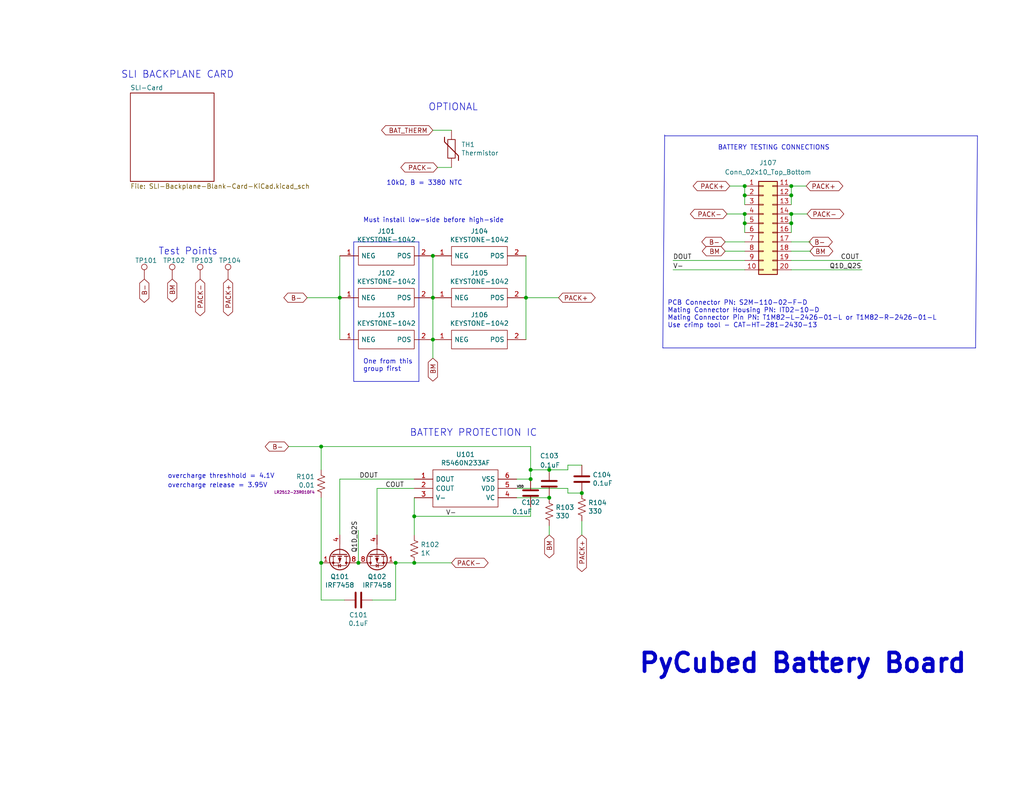
<source format=kicad_sch>
(kicad_sch (version 20230121) (generator eeschema)
  (paper "USLetter")
  (title_block (title "PyCubed Battery Board") (date "2021-03-07") (rev "v01b") (company "Max Holliday"))
  (lib_symbols
    (symbol "Connector:TestPoint" (pin_numbers hide) (pin_names (offset 0.762) hide)
      (property "Reference" "TP" (at 0 6.858 0))
      (property "Value" "TestPoint" (at 0 5.08 0))
      (symbol "TestPoint_0_1"
        (circle (center 0 3.302) (radius 0.762))
      )
      (symbol "TestPoint_1_1"
        (pin passive line (at 0 0 90) (length 2.54) (name "1") (number "1"))
      )
    )
    (symbol "Connector_Generic:Conn_02x10_Top_Bottom" (pin_names (offset 1.016) hide)
      (property "Reference" "J" (at 1.27 12.7 0))
      (property "Value" "Conn_02x10_Top_Bottom" (at 1.27 -15.24 0))
      (symbol "Conn_02x10_Top_Bottom_1_1"
        (rectangle (start -1.27 -12.573) (end 0 -12.827) (stroke (width 0.1524)))
        (rectangle (start -1.27 -10.033) (end 0 -10.287) (stroke (width 0.1524)))
        (rectangle (start -1.27 -7.493) (end 0 -7.747) (stroke (width 0.1524)))
        (rectangle (start -1.27 -4.953) (end 0 -5.207) (stroke (width 0.1524)))
        (rectangle (start -1.27 -2.413) (end 0 -2.667) (stroke (width 0.1524)))
        (rectangle (start -1.27 0.127) (end 0 -0.127) (stroke (width 0.1524)))
        (rectangle (start -1.27 2.667) (end 0 2.413) (stroke (width 0.1524)))
        (rectangle (start -1.27 5.207) (end 0 4.953) (stroke (width 0.1524)))
        (rectangle (start -1.27 7.747) (end 0 7.493) (stroke (width 0.1524)))
        (rectangle (start -1.27 10.287) (end 0 10.033) (stroke (width 0.1524)))
        (rectangle (start -1.27 11.43) (end 3.81 -13.97) (stroke (width 0.254)) (fill (type background)))
        (rectangle (start 3.81 -12.573) (end 2.54 -12.827) (stroke (width 0.1524)))
        (rectangle (start 3.81 -10.033) (end 2.54 -10.287) (stroke (width 0.1524)))
        (rectangle (start 3.81 -7.493) (end 2.54 -7.747) (stroke (width 0.1524)))
        (rectangle (start 3.81 -4.953) (end 2.54 -5.207) (stroke (width 0.1524)))
        (rectangle (start 3.81 -2.413) (end 2.54 -2.667) (stroke (width 0.1524)))
        (rectangle (start 3.81 0.127) (end 2.54 -0.127) (stroke (width 0.1524)))
        (rectangle (start 3.81 2.667) (end 2.54 2.413) (stroke (width 0.1524)))
        (rectangle (start 3.81 5.207) (end 2.54 4.953) (stroke (width 0.1524)))
        (rectangle (start 3.81 7.747) (end 2.54 7.493) (stroke (width 0.1524)))
        (rectangle (start 3.81 10.287) (end 2.54 10.033) (stroke (width 0.1524)))
        (pin passive line (at -5.08 10.16 0) (length 3.81) (name "Pin_1") (number "1"))
        (pin passive line (at -5.08 -12.7 0) (length 3.81) (name "Pin_10") (number "10"))
        (pin passive line (at 7.62 10.16 180) (length 3.81) (name "Pin_11") (number "11"))
        (pin passive line (at 7.62 7.62 180) (length 3.81) (name "Pin_12") (number "12"))
        (pin passive line (at 7.62 5.08 180) (length 3.81) (name "Pin_13") (number "13"))
        (pin passive line (at 7.62 2.54 180) (length 3.81) (name "Pin_14") (number "14"))
        (pin passive line (at 7.62 0 180) (length 3.81) (name "Pin_15") (number "15"))
        (pin passive line (at 7.62 -2.54 180) (length 3.81) (name "Pin_16") (number "16"))
        (pin passive line (at 7.62 -5.08 180) (length 3.81) (name "Pin_17") (number "17"))
        (pin passive line (at 7.62 -7.62 180) (length 3.81) (name "Pin_18") (number "18"))
        (pin passive line (at 7.62 -10.16 180) (length 3.81) (name "Pin_19") (number "19"))
        (pin passive line (at -5.08 7.62 0) (length 3.81) (name "Pin_2") (number "2"))
        (pin passive line (at 7.62 -12.7 180) (length 3.81) (name "Pin_20") (number "20"))
        (pin passive line (at -5.08 5.08 0) (length 3.81) (name "Pin_3") (number "3"))
        (pin passive line (at -5.08 2.54 0) (length 3.81) (name "Pin_4") (number "4"))
        (pin passive line (at -5.08 0 0) (length 3.81) (name "Pin_5") (number "5"))
        (pin passive line (at -5.08 -2.54 0) (length 3.81) (name "Pin_6") (number "6"))
        (pin passive line (at -5.08 -5.08 0) (length 3.81) (name "Pin_7") (number "7"))
        (pin passive line (at -5.08 -7.62 0) (length 3.81) (name "Pin_8") (number "8"))
        (pin passive line (at -5.08 -10.16 0) (length 3.81) (name "Pin_9") (number "9"))
      )
    )
    (symbol "Device:C" (pin_numbers hide) (pin_names (offset 0.254))
      (property "Reference" "C" (at 0.635 2.54 0))
      (property "Value" "C" (at 0.635 -2.54 0))
      (symbol "C_0_1"
        (polyline (pts (xy -2.032 -0.762) (xy 2.032 -0.762)) (stroke (width 0.508)))
        (polyline (pts (xy -2.032 0.762) (xy 2.032 0.762)) (stroke (width 0.508)))
      )
      (symbol "C_1_1"
        (pin passive line (at 0 3.81 270) (length 2.794) (name "~") (number "1"))
        (pin passive line (at 0 -3.81 90) (length 2.794) (name "~") (number "2"))
      )
    )
    (symbol "Device:R_US" (pin_numbers hide) (pin_names (offset 0))
      (property "Reference" "R" (at 2.54 0 90))
      (property "Value" "R_US" (at -2.54 0 90))
      (symbol "R_US_0_1"
        (polyline (pts (xy 0 -2.286) (xy 0 -2.54)))
        (polyline (pts (xy 0 2.286) (xy 0 2.54)))
        (polyline (pts (xy 0 -0.762) (xy 1.016 -1.143) (xy 0 -1.524) (xy -1.016 -1.905) (xy 0 -2.286)))
        (polyline (pts (xy 0 0.762) (xy 1.016 0.381) (xy 0 0) (xy -1.016 -0.381) (xy 0 -0.762)))
        (polyline (pts (xy 0 2.286) (xy 1.016 1.905) (xy 0 1.524) (xy -1.016 1.143) (xy 0 0.762)))
      )
      (symbol "R_US_1_1"
        (pin passive line (at 0 3.81 270) (length 1.27) (name "~") (number "1"))
        (pin passive line (at 0 -3.81 90) (length 1.27) (name "~") (number "2"))
      )
    )
    (symbol "Device:Thermistor" (pin_numbers hide) (pin_names (offset 0))
      (property "Reference" "TH" (at 2.54 1.27 90))
      (property "Value" "Thermistor" (at -2.54 0 90))
      (symbol "Thermistor_0_1"
        (rectangle (start -1.016 2.54) (end 1.016 -2.54) (stroke (width 0.2032)))
        (polyline (pts (xy -1.905 3.175) (xy -1.905 1.905) (xy 1.905 -1.905) (xy 1.905 -3.175) (xy 1.905 -3.175)) (stroke (width 0.254)))
      )
      (symbol "Thermistor_1_1"
        (pin passive line (at 0 5.08 270) (length 2.54) (name "~") (number "1"))
        (pin passive line (at 0 -5.08 90) (length 2.54) (name "~") (number "2"))
      )
    )
    (symbol "Transistor_FET:IRF7404" (pin_names hide)
      (property "Reference" "Q" (at 5.08 1.905 0))
      (property "Value" "IRF7404" (at 5.08 0 0))
      (symbol "IRF7404_0_1"
        (polyline (pts (xy 0.254 0) (xy -2.54 0)))
        (polyline (pts (xy 0.254 1.905) (xy 0.254 -1.905)) (stroke (width 0.254)))
        (polyline (pts (xy 0.762 -1.27) (xy 0.762 -2.286)) (stroke (width 0.254)))
        (polyline (pts (xy 0.762 0.508) (xy 0.762 -0.508)) (stroke (width 0.254)))
        (polyline (pts (xy 0.762 2.286) (xy 0.762 1.27)) (stroke (width 0.254)))
        (polyline (pts (xy 2.54 2.54) (xy 2.54 1.778)))
        (polyline (pts (xy 2.54 -2.54) (xy 2.54 0) (xy 0.762 0)))
        (polyline (pts (xy 0.762 1.778) (xy 3.302 1.778) (xy 3.302 -1.778) (xy 0.762 -1.778)))
        (polyline (pts (xy 2.286 0) (xy 1.27 0.381) (xy 1.27 -0.381) (xy 2.286 0)) (fill (type outline)))
        (polyline (pts (xy 2.794 -0.508) (xy 2.921 -0.381) (xy 3.683 -0.381) (xy 3.81 -0.254)))
        (polyline (pts (xy 3.302 -0.381) (xy 2.921 0.254) (xy 3.683 0.254) (xy 3.302 -0.381)))
        (circle (center 1.651 0) (radius 2.794) (stroke (width 0.254)))
        (circle (center 2.54 -1.778) (radius 0.254) (fill (type outline)))
        (circle (center 2.54 1.778) (radius 0.254) (fill (type outline)))
      )
      (symbol "IRF7404_1_1"
        (pin passive line (at 2.54 -5.08 90) (length 2.54) (name "S") (number "1"))
        (pin passive line (at 2.54 -5.08 90) (length 2.54) hide (name "S") (number "2"))
        (pin passive line (at 2.54 -5.08 90) (length 2.54) hide (name "S") (number "3"))
        (pin passive line (at -5.08 0 0) (length 2.54) (name "G") (number "4"))
        (pin passive line (at 2.54 5.08 270) (length 2.54) hide (name "D") (number "5"))
        (pin passive line (at 2.54 5.08 270) (length 2.54) hide (name "D") (number "6"))
        (pin passive line (at 2.54 5.08 270) (length 2.54) hide (name "D") (number "7"))
        (pin passive line (at 2.54 5.08 270) (length 2.54) (name "D") (number "8"))
      )
    )
    (symbol "batteryboard-rescue:1042-symbols" (pin_names (offset 0.762))
      (property "Reference" "J" (at 11.43 6.35 0))
      (property "Value" "batteryboard-rescue_1042-symbols" (at 10.16 3.81 0))
      (symbol "1042-symbols_0_0"
        (pin unspecified line (at 0 0 0) (length 5.08) (name "NEG") (number "1"))
        (pin unspecified line (at 25.4 0 180) (length 5.08) (name "POS") (number "2"))
      )
      (symbol "1042-symbols_0_1"
        (polyline (pts (xy 5.08 2.54) (xy 20.32 2.54) (xy 20.32 -2.54) (xy 5.08 -2.54) (xy 5.08 2.54)) (stroke (width 0.1524)))
      )
    )
    (symbol "batteryboard-rescue:R5460N233AF-symbols" (pin_names (offset 0.762))
      (property "Reference" "U" (at 12.7 3.81 0))
      (property "Value" "batteryboard-rescue_R5460N233AF-symbols" (at 7.62 -8.89 0))
      (symbol "R5460N233AF-symbols_0_0"
        (pin unspecified line (at 0 0 0) (length 5.08) (name "DOUT") (number "1"))
        (pin unspecified line (at 0 -2.54 0) (length 5.08) (name "COUT") (number "2"))
        (pin unspecified line (at 0 -5.08 0) (length 5.08) (name "V-") (number "3"))
        (pin unspecified line (at 27.94 -5.08 180) (length 5.08) (name "VC") (number "4"))
        (pin unspecified line (at 27.94 -2.54 180) (length 5.08) (name "VDD") (number "5"))
        (pin unspecified line (at 27.94 0 180) (length 5.08) (name "VSS") (number "6"))
      )
      (symbol "R5460N233AF-symbols_0_1"
        (polyline (pts (xy 5.08 2.54) (xy 22.86 2.54) (xy 22.86 -7.62) (xy 5.08 -7.62) (xy 5.08 2.54)) (stroke (width 0.1524)))
      )
    )
  )
  (junction (at 118.11 92.71))
  (junction (at 158.75 134.62))
  (junction (at 107.95 153.67))
  (junction (at 113.03 140.97))
  (junction (at 87.63 121.92))
  (junction (at 203.2 53.34))
  (junction (at 113.03 153.67))
  (junction (at 118.11 81.28))
  (junction (at 215.9 53.34))
  (junction (at 144.78 130.81))
  (junction (at 144.78 128.27))
  (junction (at 203.2 58.42))
  (junction (at 118.11 69.85))
  (junction (at 215.9 58.42))
  (junction (at 215.9 60.96))
  (junction (at 143.51 81.28))
  (junction (at 203.2 60.96))
  (junction (at 149.86 135.89))
  (junction (at 87.63 153.67))
  (junction (at 203.2 50.8))
  (junction (at 149.86 128.27))
  (junction (at 97.79 153.67))
  (junction (at 215.9 50.8))
  (junction (at 92.71 81.28))
  (wire (pts (xy 215.9 50.8) (xy 219.964 50.8)))
  (wire (pts (xy 113.03 140.97) (xy 113.03 135.89)))
  (wire (pts (xy 198.374 58.42) (xy 203.2 58.42)))
  (wire (pts (xy 143.51 81.28) (xy 143.51 69.85)))
  (wire (pts (xy 92.71 81.28) (xy 83.82 81.28)))
  (wire (pts (xy 149.86 128.27) (xy 154.94 128.27)))
  (wire (pts (xy 154.94 133.35) (xy 154.94 134.62)))
  (polyline (pts (xy 96.52 104.14) (xy 96.52 66.04)))
  (wire (pts (xy 215.9 60.96) (xy 215.9 63.5)))
  (wire (pts (xy 119.38 45.72) (xy 123.19 45.72)))
  (polyline (pts (xy 181.356 36.83) (xy 180.848 94.996)))
  (wire (pts (xy 87.63 121.92) (xy 87.63 128.27)))
  (wire (pts (xy 123.19 153.67) (xy 113.03 153.67)))
  (wire (pts (xy 92.71 130.81) (xy 113.03 130.81)))
  (polyline (pts (xy 96.52 66.04) (xy 114.3 66.04)))
  (wire (pts (xy 92.71 92.71) (xy 92.71 81.28)))
  (polyline (pts (xy 266.7 37.084) (xy 266.192 94.996)))
  (wire (pts (xy 118.11 92.71) (xy 118.11 97.79)))
  (polyline (pts (xy 114.3 66.04) (xy 114.3 104.14)))
  (wire (pts (xy 92.71 81.28) (xy 92.71 69.85)))
  (wire (pts (xy 102.87 133.35) (xy 102.87 146.05)))
  (wire (pts (xy 118.11 69.85) (xy 118.11 81.28)))
  (wire (pts (xy 215.9 58.42) (xy 215.9 60.96)))
  (wire (pts (xy 158.75 146.05) (xy 158.75 142.24)))
  (polyline (pts (xy 266.192 94.996) (xy 180.848 94.996)))
  (wire (pts (xy 197.866 68.58) (xy 203.2 68.58)))
  (wire (pts (xy 199.136 50.8) (xy 203.2 50.8)))
  (wire (pts (xy 144.78 140.97) (xy 113.03 140.97)))
  (wire (pts (xy 203.2 50.8) (xy 203.2 53.34)))
  (wire (pts (xy 149.86 146.05) (xy 149.86 143.51)))
  (wire (pts (xy 102.87 133.35) (xy 113.03 133.35)))
  (wire (pts (xy 107.95 163.83) (xy 107.95 153.67)))
  (wire (pts (xy 93.98 163.83) (xy 87.63 163.83)))
  (wire (pts (xy 143.51 81.28) (xy 152.4 81.28)))
  (wire (pts (xy 215.9 50.8) (xy 215.9 53.34)))
  (wire (pts (xy 144.78 121.92) (xy 87.63 121.92)))
  (wire (pts (xy 87.63 121.92) (xy 78.74 121.92)))
  (wire (pts (xy 203.2 53.34) (xy 203.2 55.88)))
  (wire (pts (xy 154.94 134.62) (xy 158.75 134.62)))
  (wire (pts (xy 154.94 128.27) (xy 154.94 127)))
  (wire (pts (xy 118.11 35.56) (xy 123.19 35.56)))
  (wire (pts (xy 215.9 73.66) (xy 235.204 73.66)))
  (wire (pts (xy 101.6 163.83) (xy 107.95 163.83)))
  (wire (pts (xy 215.9 71.12) (xy 235.204 71.12)))
  (wire (pts (xy 140.97 133.35) (xy 154.94 133.35)))
  (wire (pts (xy 183.642 73.66) (xy 203.2 73.66)))
  (wire (pts (xy 144.78 128.27) (xy 149.86 128.27)))
  (wire (pts (xy 107.95 153.67) (xy 113.03 153.67)))
  (wire (pts (xy 203.2 60.96) (xy 203.2 63.5)))
  (wire (pts (xy 144.78 138.43) (xy 144.78 140.97)))
  (wire (pts (xy 215.9 53.34) (xy 215.9 55.88)))
  (wire (pts (xy 140.97 130.81) (xy 144.78 130.81)))
  (wire (pts (xy 118.11 81.28) (xy 118.11 92.71)))
  (wire (pts (xy 113.03 146.05) (xy 113.03 140.97)))
  (wire (pts (xy 221.234 68.58) (xy 215.9 68.58)))
  (wire (pts (xy 87.63 153.67) (xy 87.63 135.89)))
  (wire (pts (xy 154.94 127) (xy 158.75 127)))
  (wire (pts (xy 144.78 128.27) (xy 144.78 130.81)))
  (wire (pts (xy 144.78 128.27) (xy 144.78 121.92)))
  (wire (pts (xy 140.97 135.89) (xy 149.86 135.89)))
  (wire (pts (xy 143.51 92.71) (xy 143.51 81.28)))
  (wire (pts (xy 221.234 66.04) (xy 215.9 66.04)))
  (wire (pts (xy 197.866 66.04) (xy 203.2 66.04)))
  (wire (pts (xy 87.63 163.83) (xy 87.63 153.67)))
  (wire (pts (xy 92.71 146.05) (xy 92.71 130.81)))
  (wire (pts (xy 215.9 58.42) (xy 220.218 58.42)))
  (wire (pts (xy 183.642 71.12) (xy 203.2 71.12)))
  (wire (pts (xy 97.79 144.78) (xy 97.79 153.67)))
  (wire (pts (xy 203.2 58.42) (xy 203.2 60.96)))
  (polyline (pts (xy 114.3 104.14) (xy 96.52 104.14)))
  (polyline (pts (xy 181.356 37.084) (xy 266.7 37.084)))
  (text "overcharge release = 3.95V" (at 45.72 133.35 0) (effects (font (size 1.27 1.27)) (justify left bottom)))
  (text "Test Points" (at 43.18 69.85 0) (effects (font (size 1.905 1.905)) (justify left bottom)))
  (text "PCB Connector PN: S2M-110-02-F-D\nMating Connector Housing PN: ITD2-10-D\nMating Connector Pin PN: T1M82-L-2426-01-L or T1M82-R-2426-01-L\nUse crimp tool - CAT-HT-281-2430-13" (at 182.118 89.662 0) (effects (font (size 1.27 1.27)) (justify left bottom)))
  (text "Must install low-side before high-side" (at 99.06 60.96 0) (effects (font (size 1.27 1.27)) (justify left bottom)))
  (text "SLI BACKPLANE CARD" (at 33.02 21.59 0) (effects (font (size 1.905 1.905)) (justify left bottom)))
  (text "BATTERY TESTING CONNECTIONS" (at 195.834 41.148 0) (effects (font (size 1.27 1.27)) (justify left bottom)))
  (text "overcharge threshhold = 4.1V" (at 45.72 130.81 0) (effects (font (size 1.27 1.27)) (justify left bottom)))
  (text "OPTIONAL" (at 116.84 30.48 0) (effects (font (size 1.905 1.905)) (justify left bottom)))
  (text "BATTERY PROTECTION IC" (at 111.76 119.38 0) (effects (font (size 1.905 1.905)) (justify left bottom)))
  (text "One from this \ngroup first" (at 99.06 101.6 0) (effects (font (size 1.27 1.27)) (justify left bottom)))
  (text "PyCubed Battery Board" (at 173.99 184.15 0) (effects (font (size 5.08 5.08) (thickness 1.016) bold) (justify left bottom)))
  (text "10kΩ, B = 3380 NTC" (at 105.41 50.8 0) (effects (font (size 1.27 1.27)) (justify left bottom)))
  (label "V-" (at 183.642 73.66 0))
  (label "DOUT" (at 98.044 130.81 0))
  (label "V-" (at 121.666 140.97 0))
  (label "Q1D_Q2S" (at 226.314 73.66 0))
  (label "COUT" (at 105.156 133.35 0))
  (label "Q1D_Q2S" (at 97.79 150.876 90))
  (label "COUT" (at 229.362 71.12 0))
  (label "VDD" (at 140.97 133.35 0) (effects (font (size 0.635 0.635))))
  (label "DOUT" (at 183.642 71.12 0))
  (global_label "B-" (shape bidirectional) (at 83.82 81.28 180) (property "Intersheetrefs" "${INTERSHEET_REFS}" (effects hide)))
  (global_label "B-" (shape bidirectional) (at 78.74 121.92 180) (property "Intersheetrefs" "${INTERSHEET_REFS}" (effects hide)))
  (global_label "BAT_THERM" (shape bidirectional) (at 118.11 35.56 180) (property "Intersheetrefs" "${INTERSHEET_REFS}" (effects hide)))
  (global_label "PACK-" (shape bidirectional) (at 119.38 45.72 180) (property "Intersheetrefs" "${INTERSHEET_REFS}" (effects hide)))
  (global_label "PACK-" (shape bidirectional) (at 54.61 76.2 270) (property "Intersheetrefs" "${INTERSHEET_REFS}" (effects hide)))
  (global_label "BM" (shape bidirectional) (at 46.99 76.2 270) (property "Intersheetrefs" "${INTERSHEET_REFS}" (effects hide)))
  (global_label "PACK+" (shape bidirectional) (at 62.23 76.2 270) (property "Intersheetrefs" "${INTERSHEET_REFS}" (effects hide)))
  (global_label "PACK+" (shape bidirectional) (at 199.136 50.8 180) (property "Intersheetrefs" "${INTERSHEET_REFS}" (effects hide)))
  (global_label "PACK-" (shape bidirectional) (at 220.218 58.42 0) (property "Intersheetrefs" "${INTERSHEET_REFS}" (effects hide)))
  (global_label "BM" (shape bidirectional) (at 118.11 97.79 270) (property "Intersheetrefs" "${INTERSHEET_REFS}" (effects hide)))
  (global_label "PACK+" (shape bidirectional) (at 219.964 50.8 0) (property "Intersheetrefs" "${INTERSHEET_REFS}" (effects hide)))
  (global_label "BM" (shape bidirectional) (at 220.98 68.58 0) (property "Intersheetrefs" "${INTERSHEET_REFS}" (effects hide)))
  (global_label "PACK-" (shape bidirectional) (at 198.374 58.42 180) (property "Intersheetrefs" "${INTERSHEET_REFS}" (effects hide)))
  (global_label "PACK+" (shape bidirectional) (at 152.4 81.28 0) (property "Intersheetrefs" "${INTERSHEET_REFS}" (effects hide)))
  (global_label "B-" (shape bidirectional) (at 197.866 66.04 180) (property "Intersheetrefs" "${INTERSHEET_REFS}" (effects hide)))
  (global_label "PACK+" (shape bidirectional) (at 158.75 146.05 270) (property "Intersheetrefs" "${INTERSHEET_REFS}" (effects hide)))
  (global_label "PACK-" (shape bidirectional) (at 123.19 153.67 0) (property "Intersheetrefs" "${INTERSHEET_REFS}" (effects hide)))
  (global_label "BM" (shape bidirectional) (at 197.866 68.58 180) (property "Intersheetrefs" "${INTERSHEET_REFS}" (effects hide)))
  (global_label "B-" (shape bidirectional) (at 39.37 76.2 270) (property "Intersheetrefs" "${INTERSHEET_REFS}" (effects hide)))
  (global_label "BM" (shape bidirectional) (at 149.86 146.05 270) (property "Intersheetrefs" "${INTERSHEET_REFS}" (effects hide)))
  (global_label "B-" (shape bidirectional) (at 220.726 66.04 0) (property "Intersheetrefs" "${INTERSHEET_REFS}" (effects hide)))
  (symbol (lib_id "batteryboard-rescue:1042-symbols") (at 118.11 69.85 0) (unit 1)
    (property "Reference" "J104" (at 130.81 63.119 0))
    (property "Value" "KEYSTONE-1042" (at 130.81 65.4304 0))
    (property "Footprint" "batteryboard:KEYSTONE-1042" (effects hide))
    (property "Datasheet" "http://www.mouser.com/ds/2/215/042-744829.pdf" (effects hide))
    (property "Description" "Cylindrical Battery Contacts, Clips, Holders & Springs 18650 S/M PC BATTERY HOLDER" (effects hide))
    (property "Manufacturer_Name" "Keystone Electronics" (effects hide))
    (property "Manufacturer_Part_Number" "1042" (effects hide))
    (property "Mouser Part Number" "534-1042" (effects hide))
    (property "Mouser Price/Stock" "https://www.mouser.com/Search/Refine.aspx?Keyword=534-1042" (effects hide))
  )
  (symbol (lib_id "batteryboard-rescue:1042-symbols") (at 92.71 69.85 0) (unit 1)
    (property "Reference" "J101" (at 105.41 63.119 0))
    (property "Value" "KEYSTONE-1042" (at 105.41 65.4304 0))
    (property "Footprint" "batteryboard:KEYSTONE-1042_ALT_J1" (effects hide))
    (property "Datasheet" "http://www.mouser.com/ds/2/215/042-744829.pdf" (effects hide))
    (property "Description" "Cylindrical Battery Contacts, Clips, Holders & Springs 18650 S/M PC BATTERY HOLDER" (effects hide))
    (property "Manufacturer_Name" "Keystone Electronics" (effects hide))
    (property "Manufacturer_Part_Number" "1042" (effects hide))
    (property "Mouser Part Number" "534-1042" (effects hide))
    (property "Mouser Price/Stock" "https://www.mouser.com/Search/Refine.aspx?Keyword=534-1042" (effects hide))
  )
  (symbol (lib_id "batteryboard-rescue:1042-symbols") (at 92.71 81.28 0) (unit 1)
    (property "Reference" "J102" (at 105.41 74.549 0))
    (property "Value" "KEYSTONE-1042" (at 105.41 76.8604 0))
    (property "Footprint" "batteryboard:KEYSTONE-1042" (effects hide))
    (property "Datasheet" "http://www.mouser.com/ds/2/215/042-744829.pdf" (effects hide))
    (property "Description" "Cylindrical Battery Contacts, Clips, Holders & Springs 18650 S/M PC BATTERY HOLDER" (effects hide))
    (property "Manufacturer_Name" "Keystone Electronics" (effects hide))
    (property "Manufacturer_Part_Number" "1042" (effects hide))
    (property "Mouser Part Number" "534-1042" (effects hide))
    (property "Mouser Price/Stock" "https://www.mouser.com/Search/Refine.aspx?Keyword=534-1042" (effects hide))
  )
  (symbol (lib_id "batteryboard-rescue:1042-symbols") (at 118.11 81.28 0) (unit 1)
    (property "Reference" "J105" (at 130.81 74.549 0))
    (property "Value" "KEYSTONE-1042" (at 130.81 76.8604 0))
    (property "Footprint" "batteryboard:KEYSTONE-1042_alt_J4" (effects hide))
    (property "Datasheet" "http://www.mouser.com/ds/2/215/042-744829.pdf" (effects hide))
    (property "Description" "Cylindrical Battery Contacts, Clips, Holders & Springs 18650 S/M PC BATTERY HOLDER" (effects hide))
    (property "Manufacturer_Name" "Keystone Electronics" (effects hide))
    (property "Manufacturer_Part_Number" "1042" (effects hide))
    (property "Mouser Part Number" "534-1042" (effects hide))
    (property "Mouser Price/Stock" "https://www.mouser.com/Search/Refine.aspx?Keyword=534-1042" (effects hide))
  )
  (symbol (lib_id "batteryboard-rescue:1042-symbols") (at 92.71 92.71 0) (unit 1)
    (property "Reference" "J103" (at 105.41 85.979 0))
    (property "Value" "KEYSTONE-1042" (at 105.41 88.2904 0))
    (property "Footprint" "batteryboard:KEYSTONE-1042_ALT_J5" (effects hide))
    (property "Datasheet" "http://www.mouser.com/ds/2/215/042-744829.pdf" (effects hide))
    (property "Description" "Cylindrical Battery Contacts, Clips, Holders & Springs 18650 S/M PC BATTERY HOLDER" (effects hide))
    (property "Manufacturer_Name" "Keystone Electronics" (effects hide))
    (property "Manufacturer_Part_Number" "1042" (effects hide))
    (property "Mouser Part Number" "534-1042" (effects hide))
    (property "Mouser Price/Stock" "https://www.mouser.com/Search/Refine.aspx?Keyword=534-1042" (effects hide))
  )
  (symbol (lib_id "batteryboard-rescue:1042-symbols") (at 118.11 92.71 0) (unit 1)
    (property "Reference" "J106" (at 130.81 85.979 0))
    (property "Value" "KEYSTONE-1042" (at 130.81 88.2904 0))
    (property "Footprint" "batteryboard:KEYSTONE-1042" (effects hide))
    (property "Datasheet" "http://www.mouser.com/ds/2/215/042-744829.pdf" (effects hide))
    (property "Description" "Cylindrical Battery Contacts, Clips, Holders & Springs 18650 S/M PC BATTERY HOLDER" (effects hide))
    (property "Manufacturer_Name" "Keystone Electronics" (effects hide))
    (property "Manufacturer_Part_Number" "1042" (effects hide))
    (property "Mouser Part Number" "534-1042" (effects hide))
    (property "Mouser Price/Stock" "https://www.mouser.com/Search/Refine.aspx?Keyword=534-1042" (effects hide))
  )
  (symbol (lib_id "batteryboard-rescue:R5460N233AF-symbols") (at 113.03 130.81 0) (unit 1)
    (property "Reference" "U101" (at 127 124.079 0))
    (property "Value" "R5460N233AF" (at 127 126.3904 0))
    (property "Footprint" "custom-footprints:SOT95P280X130-6N" (effects hide))
    (property "Datasheet" "http://www.mouser.com/datasheet/2/792/r5460-e-1085730.pdf" (effects hide))
    (property "Description" "Battery Management 2-Cell Li-ion Protection IC" (effects hide))
    (property "Height" "1.3" (effects hide))
    (property "Manufacturer_Name" "Ricoh Electronic Devices Company" (effects hide))
    (property "Manufacturer_Part_Number" "R5460N233AF-TR-FE" (effects hide))
    (property "Mouser Part Number" "848-R5460N233AFTRFE" (effects hide))
    (property "Mouser Price/Stock" "https://www.mouser.com/Search/Refine.aspx?Keyword=848-R5460N233AFTRFE" (effects hide))
  )
  (symbol (lib_id "Connector:TestPoint") (at 39.37 76.2 0) (unit 1)
    (property "Reference" "TP101" (at 36.83 71.12 0) (effects (justify left)))
    (property "Value" "TestPoint" (effects hide))
    (property "Footprint" "TestPoint:TestPoint_Loop_D1.80mm_Drill1.0mm_Beaded" (effects hide))
    (property "DNP" "DNP" (effects hide))
  )
  (symbol (lib_id "Connector:TestPoint") (at 46.99 76.2 0) (unit 1)
    (property "Reference" "TP102" (at 44.45 71.12 0) (effects (justify left)))
    (property "Value" "TestPoint" (effects hide))
    (property "Footprint" "TestPoint:TestPoint_Loop_D1.80mm_Drill1.0mm_Beaded" (effects hide))
    (property "DNP" "DNP" (effects hide))
  )
  (symbol (lib_id "Connector:TestPoint") (at 54.61 76.2 0) (unit 1)
    (property "Reference" "TP103" (at 52.07 71.12 0) (effects (justify left)))
    (property "Value" "TestPoint" (effects hide))
    (property "Footprint" "TestPoint:TestPoint_Loop_D1.80mm_Drill1.0mm_Beaded" (effects hide))
    (property "DNP" "DNP" (effects hide))
  )
  (symbol (lib_id "Connector:TestPoint") (at 62.23 76.2 0) (unit 1)
    (property "Reference" "TP104" (at 59.69 71.12 0) (effects (justify left)))
    (property "Value" "TestPoint" (effects hide))
    (property "Footprint" "TestPoint:TestPoint_Loop_D1.80mm_Drill1.0mm_Beaded" (effects hide))
    (property "DNP" "DNP" (effects hide))
  )
  (symbol (lib_id "Transistor_FET:IRF7404") (at 102.87 151.13 90) (mirror x) (unit 1)
    (property "Reference" "Q102" (at 102.87 157.4546 90))
    (property "Value" "IRF7458" (at 102.87 159.766 90))
    (property "Footprint" "Package_SO:SOIC-8_3.9x4.9mm_P1.27mm" (effects hide))
    (property "Datasheet" "http://www.infineon.com/dgdl/irf7404.pdf?fileId=5546d462533600a4015355fa2b5b1b9e" (effects hide))
    (property "Manufacturer_Part_Number" "IRF7458" (effects hide))
  )
  (symbol (lib_id "Transistor_FET:IRF7404") (at 92.71 151.13 270) (unit 1)
    (property "Reference" "Q101" (at 92.71 157.4546 90))
    (property "Value" "IRF7458" (at 92.71 159.766 90))
    (property "Footprint" "Package_SO:SOIC-8_3.9x4.9mm_P1.27mm" (effects hide))
    (property "Datasheet" "http://www.infineon.com/dgdl/irf7404.pdf?fileId=5546d462533600a4015355fa2b5b1b9e" (effects hide))
    (property "Manufacturer_Part_Number" "IRF7458" (effects hide))
  )
  (symbol (lib_id "Device:R_US") (at 149.86 139.7 180) (unit 1)
    (property "Reference" "R103" (at 151.5872 138.5316 0) (effects (justify right)))
    (property "Value" "330" (at 151.5872 140.843 0) (effects (justify right)))
    (property "Footprint" "Resistor_SMD:R_0603_1608Metric" (effects hide))
  )
  (symbol (lib_id "Device:C") (at 149.86 132.08 0) (unit 1)
    (property "Reference" "C103" (at 147.32 124.46 0) (effects (justify left)))
    (property "Value" "0.1uF" (at 147.32 127 0) (effects (justify left)))
    (property "Footprint" "Capacitor_SMD:C_0603_1608Metric" (effects hide))
  )
  (symbol (lib_id "Device:C") (at 158.75 130.81 0) (unit 1)
    (property "Reference" "C104" (at 161.671 129.6416 0) (effects (justify left)))
    (property "Value" "0.1uF" (at 161.671 131.953 0) (effects (justify left)))
    (property "Footprint" "Capacitor_SMD:C_0603_1608Metric" (effects hide))
  )
  (symbol (lib_id "Device:R_US") (at 158.75 138.43 180) (unit 1)
    (property "Reference" "R104" (at 160.4772 137.2616 0) (effects (justify right)))
    (property "Value" "330" (at 160.4772 139.573 0) (effects (justify right)))
    (property "Footprint" "Resistor_SMD:R_0603_1608Metric" (effects hide))
  )
  (symbol (lib_id "Device:R_US") (at 113.03 149.86 0) (unit 1)
    (property "Reference" "R102" (at 114.7572 148.6916 0) (effects (justify left)))
    (property "Value" "1K" (at 114.7572 151.003 0) (effects (justify left)))
    (property "Footprint" "Resistor_SMD:R_0603_1608Metric" (effects hide))
    (property "Manufacturer_Part_Number" "LR2512-23R010F4" (effects hide))
  )
  (symbol (lib_id "Device:C") (at 144.78 134.62 0) (unit 1)
    (property "Reference" "C102" (at 142.24 137.16 0) (effects (justify left)))
    (property "Value" "0.1uF" (at 139.7 139.7 0) (effects (justify left)))
    (property "Footprint" "Capacitor_SMD:C_0603_1608Metric" (effects hide))
  )
  (symbol (lib_id "Device:R_US") (at 87.63 132.08 0) (unit 1)
    (property "Reference" "R101" (at 85.9028 130.1496 0) (effects (justify right)))
    (property "Value" "0.01" (at 85.9028 132.461 0) (effects (justify right)))
    (property "Footprint" "Resistor_SMD:R_2512_6332Metric" (effects hide))
    (property "PN" "LR2512-23R010F4" (at 85.9028 134.3914 0) (effects (font (size 0.762 0.762)) (justify right)))
  )
  (symbol (lib_id "Device:C") (at 97.79 163.83 90) (unit 1)
    (property "Reference" "C101" (at 97.79 167.894 90))
    (property "Value" "0.1uF" (at 97.79 170.2054 90))
    (property "Footprint" "Capacitor_SMD:C_0603_1608Metric" (effects hide))
  )
  (symbol (lib_id "Device:Thermistor") (at 123.19 40.64 0) (unit 1)
    (property "Reference" "TH1" (at 125.857 39.4716 0) (effects (justify left)))
    (property "Value" "Thermistor" (at 125.857 41.783 0) (effects (justify left)))
    (property "Footprint" "Resistor_THT:R_Axial_DIN0204_L3.6mm_D1.6mm_P5.08mm_Vertical" (effects hide))
  )
  (symbol (lib_id "Connector_Generic:Conn_02x10_Top_Bottom") (at 208.28 60.96 0) (unit 1)
    (property "Reference" "J107" (at 209.55 44.45 0))
    (property "Value" "Conn_02x10_Top_Bottom" (at 209.55 46.99 0))
    (property "Footprint" "batteryboard:SAMTEC_S2M-110-02-X-D" (effects hide))
  )
  (sheet (at 35.56 25.4) (size 22.86 24.13)
    (property "Sheetname" "SLI-Card" (at 35.56 24.6884 0) (effects (justify left bottom)))
    (property "Sheetfile" "SLI-Backplane-Blank-Card-KiCad.kicad_sch" (at 35.56 50.1146 0) (effects (justify left top)))
  )
)
</source>
